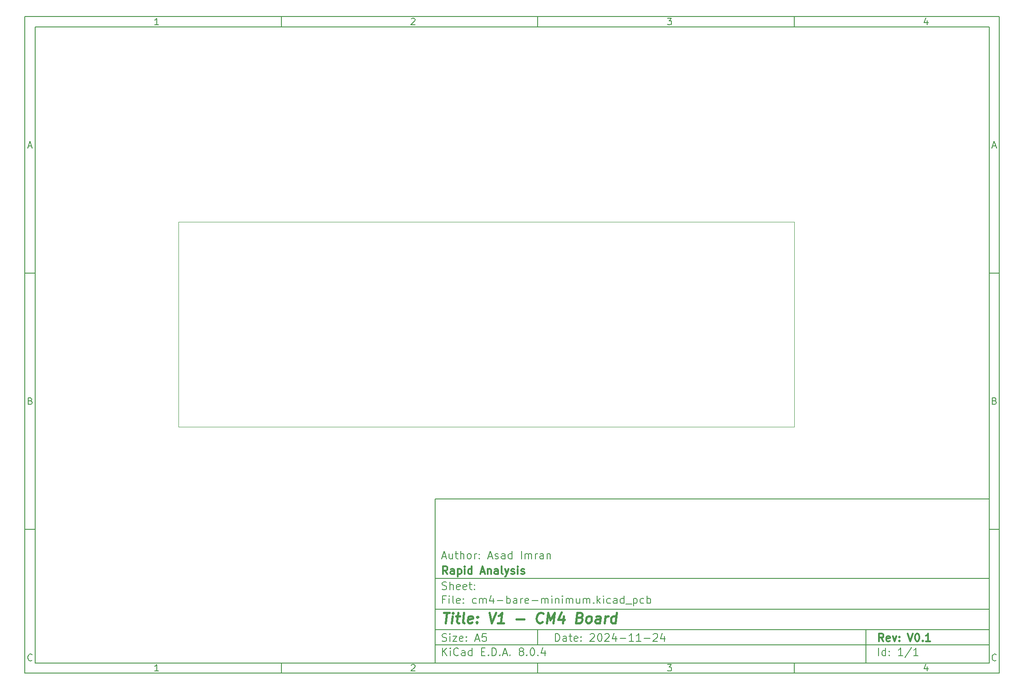
<source format=gbr>
%TF.GenerationSoftware,KiCad,Pcbnew,8.0.4*%
%TF.CreationDate,2024-11-24T10:16:15+11:00*%
%TF.ProjectId,cm4-bare-minimum,636d342d-6261-4726-952d-6d696e696d75,V0.1*%
%TF.SameCoordinates,Original*%
%TF.FileFunction,Profile,NP*%
%FSLAX46Y46*%
G04 Gerber Fmt 4.6, Leading zero omitted, Abs format (unit mm)*
G04 Created by KiCad (PCBNEW 8.0.4) date 2024-11-24 10:16:15*
%MOMM*%
%LPD*%
G01*
G04 APERTURE LIST*
%ADD10C,0.100000*%
%ADD11C,0.150000*%
%ADD12C,0.300000*%
%ADD13C,0.400000*%
%TA.AperFunction,Profile*%
%ADD14C,0.100000*%
%TD*%
G04 APERTURE END LIST*
D10*
D11*
X90007200Y-104005800D02*
X198007200Y-104005800D01*
X198007200Y-136005800D01*
X90007200Y-136005800D01*
X90007200Y-104005800D01*
D10*
D11*
X10000000Y-10000000D02*
X200007200Y-10000000D01*
X200007200Y-138005800D01*
X10000000Y-138005800D01*
X10000000Y-10000000D01*
D10*
D11*
X12000000Y-12000000D02*
X198007200Y-12000000D01*
X198007200Y-136005800D01*
X12000000Y-136005800D01*
X12000000Y-12000000D01*
D10*
D11*
X60000000Y-12000000D02*
X60000000Y-10000000D01*
D10*
D11*
X110000000Y-12000000D02*
X110000000Y-10000000D01*
D10*
D11*
X160000000Y-12000000D02*
X160000000Y-10000000D01*
D10*
D11*
X36089160Y-11593604D02*
X35346303Y-11593604D01*
X35717731Y-11593604D02*
X35717731Y-10293604D01*
X35717731Y-10293604D02*
X35593922Y-10479319D01*
X35593922Y-10479319D02*
X35470112Y-10603128D01*
X35470112Y-10603128D02*
X35346303Y-10665033D01*
D10*
D11*
X85346303Y-10417414D02*
X85408207Y-10355509D01*
X85408207Y-10355509D02*
X85532017Y-10293604D01*
X85532017Y-10293604D02*
X85841541Y-10293604D01*
X85841541Y-10293604D02*
X85965350Y-10355509D01*
X85965350Y-10355509D02*
X86027255Y-10417414D01*
X86027255Y-10417414D02*
X86089160Y-10541223D01*
X86089160Y-10541223D02*
X86089160Y-10665033D01*
X86089160Y-10665033D02*
X86027255Y-10850747D01*
X86027255Y-10850747D02*
X85284398Y-11593604D01*
X85284398Y-11593604D02*
X86089160Y-11593604D01*
D10*
D11*
X135284398Y-10293604D02*
X136089160Y-10293604D01*
X136089160Y-10293604D02*
X135655826Y-10788842D01*
X135655826Y-10788842D02*
X135841541Y-10788842D01*
X135841541Y-10788842D02*
X135965350Y-10850747D01*
X135965350Y-10850747D02*
X136027255Y-10912652D01*
X136027255Y-10912652D02*
X136089160Y-11036461D01*
X136089160Y-11036461D02*
X136089160Y-11345985D01*
X136089160Y-11345985D02*
X136027255Y-11469795D01*
X136027255Y-11469795D02*
X135965350Y-11531700D01*
X135965350Y-11531700D02*
X135841541Y-11593604D01*
X135841541Y-11593604D02*
X135470112Y-11593604D01*
X135470112Y-11593604D02*
X135346303Y-11531700D01*
X135346303Y-11531700D02*
X135284398Y-11469795D01*
D10*
D11*
X185965350Y-10726938D02*
X185965350Y-11593604D01*
X185655826Y-10231700D02*
X185346303Y-11160271D01*
X185346303Y-11160271D02*
X186151064Y-11160271D01*
D10*
D11*
X60000000Y-136005800D02*
X60000000Y-138005800D01*
D10*
D11*
X110000000Y-136005800D02*
X110000000Y-138005800D01*
D10*
D11*
X160000000Y-136005800D02*
X160000000Y-138005800D01*
D10*
D11*
X36089160Y-137599404D02*
X35346303Y-137599404D01*
X35717731Y-137599404D02*
X35717731Y-136299404D01*
X35717731Y-136299404D02*
X35593922Y-136485119D01*
X35593922Y-136485119D02*
X35470112Y-136608928D01*
X35470112Y-136608928D02*
X35346303Y-136670833D01*
D10*
D11*
X85346303Y-136423214D02*
X85408207Y-136361309D01*
X85408207Y-136361309D02*
X85532017Y-136299404D01*
X85532017Y-136299404D02*
X85841541Y-136299404D01*
X85841541Y-136299404D02*
X85965350Y-136361309D01*
X85965350Y-136361309D02*
X86027255Y-136423214D01*
X86027255Y-136423214D02*
X86089160Y-136547023D01*
X86089160Y-136547023D02*
X86089160Y-136670833D01*
X86089160Y-136670833D02*
X86027255Y-136856547D01*
X86027255Y-136856547D02*
X85284398Y-137599404D01*
X85284398Y-137599404D02*
X86089160Y-137599404D01*
D10*
D11*
X135284398Y-136299404D02*
X136089160Y-136299404D01*
X136089160Y-136299404D02*
X135655826Y-136794642D01*
X135655826Y-136794642D02*
X135841541Y-136794642D01*
X135841541Y-136794642D02*
X135965350Y-136856547D01*
X135965350Y-136856547D02*
X136027255Y-136918452D01*
X136027255Y-136918452D02*
X136089160Y-137042261D01*
X136089160Y-137042261D02*
X136089160Y-137351785D01*
X136089160Y-137351785D02*
X136027255Y-137475595D01*
X136027255Y-137475595D02*
X135965350Y-137537500D01*
X135965350Y-137537500D02*
X135841541Y-137599404D01*
X135841541Y-137599404D02*
X135470112Y-137599404D01*
X135470112Y-137599404D02*
X135346303Y-137537500D01*
X135346303Y-137537500D02*
X135284398Y-137475595D01*
D10*
D11*
X185965350Y-136732738D02*
X185965350Y-137599404D01*
X185655826Y-136237500D02*
X185346303Y-137166071D01*
X185346303Y-137166071D02*
X186151064Y-137166071D01*
D10*
D11*
X10000000Y-60000000D02*
X12000000Y-60000000D01*
D10*
D11*
X10000000Y-110000000D02*
X12000000Y-110000000D01*
D10*
D11*
X10690476Y-35222176D02*
X11309523Y-35222176D01*
X10566666Y-35593604D02*
X10999999Y-34293604D01*
X10999999Y-34293604D02*
X11433333Y-35593604D01*
D10*
D11*
X11092857Y-84912652D02*
X11278571Y-84974557D01*
X11278571Y-84974557D02*
X11340476Y-85036461D01*
X11340476Y-85036461D02*
X11402380Y-85160271D01*
X11402380Y-85160271D02*
X11402380Y-85345985D01*
X11402380Y-85345985D02*
X11340476Y-85469795D01*
X11340476Y-85469795D02*
X11278571Y-85531700D01*
X11278571Y-85531700D02*
X11154761Y-85593604D01*
X11154761Y-85593604D02*
X10659523Y-85593604D01*
X10659523Y-85593604D02*
X10659523Y-84293604D01*
X10659523Y-84293604D02*
X11092857Y-84293604D01*
X11092857Y-84293604D02*
X11216666Y-84355509D01*
X11216666Y-84355509D02*
X11278571Y-84417414D01*
X11278571Y-84417414D02*
X11340476Y-84541223D01*
X11340476Y-84541223D02*
X11340476Y-84665033D01*
X11340476Y-84665033D02*
X11278571Y-84788842D01*
X11278571Y-84788842D02*
X11216666Y-84850747D01*
X11216666Y-84850747D02*
X11092857Y-84912652D01*
X11092857Y-84912652D02*
X10659523Y-84912652D01*
D10*
D11*
X11402380Y-135469795D02*
X11340476Y-135531700D01*
X11340476Y-135531700D02*
X11154761Y-135593604D01*
X11154761Y-135593604D02*
X11030952Y-135593604D01*
X11030952Y-135593604D02*
X10845238Y-135531700D01*
X10845238Y-135531700D02*
X10721428Y-135407890D01*
X10721428Y-135407890D02*
X10659523Y-135284080D01*
X10659523Y-135284080D02*
X10597619Y-135036461D01*
X10597619Y-135036461D02*
X10597619Y-134850747D01*
X10597619Y-134850747D02*
X10659523Y-134603128D01*
X10659523Y-134603128D02*
X10721428Y-134479319D01*
X10721428Y-134479319D02*
X10845238Y-134355509D01*
X10845238Y-134355509D02*
X11030952Y-134293604D01*
X11030952Y-134293604D02*
X11154761Y-134293604D01*
X11154761Y-134293604D02*
X11340476Y-134355509D01*
X11340476Y-134355509D02*
X11402380Y-134417414D01*
D10*
D11*
X200007200Y-60000000D02*
X198007200Y-60000000D01*
D10*
D11*
X200007200Y-110000000D02*
X198007200Y-110000000D01*
D10*
D11*
X198697676Y-35222176D02*
X199316723Y-35222176D01*
X198573866Y-35593604D02*
X199007199Y-34293604D01*
X199007199Y-34293604D02*
X199440533Y-35593604D01*
D10*
D11*
X199100057Y-84912652D02*
X199285771Y-84974557D01*
X199285771Y-84974557D02*
X199347676Y-85036461D01*
X199347676Y-85036461D02*
X199409580Y-85160271D01*
X199409580Y-85160271D02*
X199409580Y-85345985D01*
X199409580Y-85345985D02*
X199347676Y-85469795D01*
X199347676Y-85469795D02*
X199285771Y-85531700D01*
X199285771Y-85531700D02*
X199161961Y-85593604D01*
X199161961Y-85593604D02*
X198666723Y-85593604D01*
X198666723Y-85593604D02*
X198666723Y-84293604D01*
X198666723Y-84293604D02*
X199100057Y-84293604D01*
X199100057Y-84293604D02*
X199223866Y-84355509D01*
X199223866Y-84355509D02*
X199285771Y-84417414D01*
X199285771Y-84417414D02*
X199347676Y-84541223D01*
X199347676Y-84541223D02*
X199347676Y-84665033D01*
X199347676Y-84665033D02*
X199285771Y-84788842D01*
X199285771Y-84788842D02*
X199223866Y-84850747D01*
X199223866Y-84850747D02*
X199100057Y-84912652D01*
X199100057Y-84912652D02*
X198666723Y-84912652D01*
D10*
D11*
X199409580Y-135469795D02*
X199347676Y-135531700D01*
X199347676Y-135531700D02*
X199161961Y-135593604D01*
X199161961Y-135593604D02*
X199038152Y-135593604D01*
X199038152Y-135593604D02*
X198852438Y-135531700D01*
X198852438Y-135531700D02*
X198728628Y-135407890D01*
X198728628Y-135407890D02*
X198666723Y-135284080D01*
X198666723Y-135284080D02*
X198604819Y-135036461D01*
X198604819Y-135036461D02*
X198604819Y-134850747D01*
X198604819Y-134850747D02*
X198666723Y-134603128D01*
X198666723Y-134603128D02*
X198728628Y-134479319D01*
X198728628Y-134479319D02*
X198852438Y-134355509D01*
X198852438Y-134355509D02*
X199038152Y-134293604D01*
X199038152Y-134293604D02*
X199161961Y-134293604D01*
X199161961Y-134293604D02*
X199347676Y-134355509D01*
X199347676Y-134355509D02*
X199409580Y-134417414D01*
D10*
D11*
X113463026Y-131791928D02*
X113463026Y-130291928D01*
X113463026Y-130291928D02*
X113820169Y-130291928D01*
X113820169Y-130291928D02*
X114034455Y-130363357D01*
X114034455Y-130363357D02*
X114177312Y-130506214D01*
X114177312Y-130506214D02*
X114248741Y-130649071D01*
X114248741Y-130649071D02*
X114320169Y-130934785D01*
X114320169Y-130934785D02*
X114320169Y-131149071D01*
X114320169Y-131149071D02*
X114248741Y-131434785D01*
X114248741Y-131434785D02*
X114177312Y-131577642D01*
X114177312Y-131577642D02*
X114034455Y-131720500D01*
X114034455Y-131720500D02*
X113820169Y-131791928D01*
X113820169Y-131791928D02*
X113463026Y-131791928D01*
X115605884Y-131791928D02*
X115605884Y-131006214D01*
X115605884Y-131006214D02*
X115534455Y-130863357D01*
X115534455Y-130863357D02*
X115391598Y-130791928D01*
X115391598Y-130791928D02*
X115105884Y-130791928D01*
X115105884Y-130791928D02*
X114963026Y-130863357D01*
X115605884Y-131720500D02*
X115463026Y-131791928D01*
X115463026Y-131791928D02*
X115105884Y-131791928D01*
X115105884Y-131791928D02*
X114963026Y-131720500D01*
X114963026Y-131720500D02*
X114891598Y-131577642D01*
X114891598Y-131577642D02*
X114891598Y-131434785D01*
X114891598Y-131434785D02*
X114963026Y-131291928D01*
X114963026Y-131291928D02*
X115105884Y-131220500D01*
X115105884Y-131220500D02*
X115463026Y-131220500D01*
X115463026Y-131220500D02*
X115605884Y-131149071D01*
X116105884Y-130791928D02*
X116677312Y-130791928D01*
X116320169Y-130291928D02*
X116320169Y-131577642D01*
X116320169Y-131577642D02*
X116391598Y-131720500D01*
X116391598Y-131720500D02*
X116534455Y-131791928D01*
X116534455Y-131791928D02*
X116677312Y-131791928D01*
X117748741Y-131720500D02*
X117605884Y-131791928D01*
X117605884Y-131791928D02*
X117320170Y-131791928D01*
X117320170Y-131791928D02*
X117177312Y-131720500D01*
X117177312Y-131720500D02*
X117105884Y-131577642D01*
X117105884Y-131577642D02*
X117105884Y-131006214D01*
X117105884Y-131006214D02*
X117177312Y-130863357D01*
X117177312Y-130863357D02*
X117320170Y-130791928D01*
X117320170Y-130791928D02*
X117605884Y-130791928D01*
X117605884Y-130791928D02*
X117748741Y-130863357D01*
X117748741Y-130863357D02*
X117820170Y-131006214D01*
X117820170Y-131006214D02*
X117820170Y-131149071D01*
X117820170Y-131149071D02*
X117105884Y-131291928D01*
X118463026Y-131649071D02*
X118534455Y-131720500D01*
X118534455Y-131720500D02*
X118463026Y-131791928D01*
X118463026Y-131791928D02*
X118391598Y-131720500D01*
X118391598Y-131720500D02*
X118463026Y-131649071D01*
X118463026Y-131649071D02*
X118463026Y-131791928D01*
X118463026Y-130863357D02*
X118534455Y-130934785D01*
X118534455Y-130934785D02*
X118463026Y-131006214D01*
X118463026Y-131006214D02*
X118391598Y-130934785D01*
X118391598Y-130934785D02*
X118463026Y-130863357D01*
X118463026Y-130863357D02*
X118463026Y-131006214D01*
X120248741Y-130434785D02*
X120320169Y-130363357D01*
X120320169Y-130363357D02*
X120463027Y-130291928D01*
X120463027Y-130291928D02*
X120820169Y-130291928D01*
X120820169Y-130291928D02*
X120963027Y-130363357D01*
X120963027Y-130363357D02*
X121034455Y-130434785D01*
X121034455Y-130434785D02*
X121105884Y-130577642D01*
X121105884Y-130577642D02*
X121105884Y-130720500D01*
X121105884Y-130720500D02*
X121034455Y-130934785D01*
X121034455Y-130934785D02*
X120177312Y-131791928D01*
X120177312Y-131791928D02*
X121105884Y-131791928D01*
X122034455Y-130291928D02*
X122177312Y-130291928D01*
X122177312Y-130291928D02*
X122320169Y-130363357D01*
X122320169Y-130363357D02*
X122391598Y-130434785D01*
X122391598Y-130434785D02*
X122463026Y-130577642D01*
X122463026Y-130577642D02*
X122534455Y-130863357D01*
X122534455Y-130863357D02*
X122534455Y-131220500D01*
X122534455Y-131220500D02*
X122463026Y-131506214D01*
X122463026Y-131506214D02*
X122391598Y-131649071D01*
X122391598Y-131649071D02*
X122320169Y-131720500D01*
X122320169Y-131720500D02*
X122177312Y-131791928D01*
X122177312Y-131791928D02*
X122034455Y-131791928D01*
X122034455Y-131791928D02*
X121891598Y-131720500D01*
X121891598Y-131720500D02*
X121820169Y-131649071D01*
X121820169Y-131649071D02*
X121748740Y-131506214D01*
X121748740Y-131506214D02*
X121677312Y-131220500D01*
X121677312Y-131220500D02*
X121677312Y-130863357D01*
X121677312Y-130863357D02*
X121748740Y-130577642D01*
X121748740Y-130577642D02*
X121820169Y-130434785D01*
X121820169Y-130434785D02*
X121891598Y-130363357D01*
X121891598Y-130363357D02*
X122034455Y-130291928D01*
X123105883Y-130434785D02*
X123177311Y-130363357D01*
X123177311Y-130363357D02*
X123320169Y-130291928D01*
X123320169Y-130291928D02*
X123677311Y-130291928D01*
X123677311Y-130291928D02*
X123820169Y-130363357D01*
X123820169Y-130363357D02*
X123891597Y-130434785D01*
X123891597Y-130434785D02*
X123963026Y-130577642D01*
X123963026Y-130577642D02*
X123963026Y-130720500D01*
X123963026Y-130720500D02*
X123891597Y-130934785D01*
X123891597Y-130934785D02*
X123034454Y-131791928D01*
X123034454Y-131791928D02*
X123963026Y-131791928D01*
X125248740Y-130791928D02*
X125248740Y-131791928D01*
X124891597Y-130220500D02*
X124534454Y-131291928D01*
X124534454Y-131291928D02*
X125463025Y-131291928D01*
X126034453Y-131220500D02*
X127177311Y-131220500D01*
X128677311Y-131791928D02*
X127820168Y-131791928D01*
X128248739Y-131791928D02*
X128248739Y-130291928D01*
X128248739Y-130291928D02*
X128105882Y-130506214D01*
X128105882Y-130506214D02*
X127963025Y-130649071D01*
X127963025Y-130649071D02*
X127820168Y-130720500D01*
X130105882Y-131791928D02*
X129248739Y-131791928D01*
X129677310Y-131791928D02*
X129677310Y-130291928D01*
X129677310Y-130291928D02*
X129534453Y-130506214D01*
X129534453Y-130506214D02*
X129391596Y-130649071D01*
X129391596Y-130649071D02*
X129248739Y-130720500D01*
X130748738Y-131220500D02*
X131891596Y-131220500D01*
X132534453Y-130434785D02*
X132605881Y-130363357D01*
X132605881Y-130363357D02*
X132748739Y-130291928D01*
X132748739Y-130291928D02*
X133105881Y-130291928D01*
X133105881Y-130291928D02*
X133248739Y-130363357D01*
X133248739Y-130363357D02*
X133320167Y-130434785D01*
X133320167Y-130434785D02*
X133391596Y-130577642D01*
X133391596Y-130577642D02*
X133391596Y-130720500D01*
X133391596Y-130720500D02*
X133320167Y-130934785D01*
X133320167Y-130934785D02*
X132463024Y-131791928D01*
X132463024Y-131791928D02*
X133391596Y-131791928D01*
X134677310Y-130791928D02*
X134677310Y-131791928D01*
X134320167Y-130220500D02*
X133963024Y-131291928D01*
X133963024Y-131291928D02*
X134891595Y-131291928D01*
D10*
D11*
X90007200Y-132505800D02*
X198007200Y-132505800D01*
D10*
D11*
X91463026Y-134591928D02*
X91463026Y-133091928D01*
X92320169Y-134591928D02*
X91677312Y-133734785D01*
X92320169Y-133091928D02*
X91463026Y-133949071D01*
X92963026Y-134591928D02*
X92963026Y-133591928D01*
X92963026Y-133091928D02*
X92891598Y-133163357D01*
X92891598Y-133163357D02*
X92963026Y-133234785D01*
X92963026Y-133234785D02*
X93034455Y-133163357D01*
X93034455Y-133163357D02*
X92963026Y-133091928D01*
X92963026Y-133091928D02*
X92963026Y-133234785D01*
X94534455Y-134449071D02*
X94463027Y-134520500D01*
X94463027Y-134520500D02*
X94248741Y-134591928D01*
X94248741Y-134591928D02*
X94105884Y-134591928D01*
X94105884Y-134591928D02*
X93891598Y-134520500D01*
X93891598Y-134520500D02*
X93748741Y-134377642D01*
X93748741Y-134377642D02*
X93677312Y-134234785D01*
X93677312Y-134234785D02*
X93605884Y-133949071D01*
X93605884Y-133949071D02*
X93605884Y-133734785D01*
X93605884Y-133734785D02*
X93677312Y-133449071D01*
X93677312Y-133449071D02*
X93748741Y-133306214D01*
X93748741Y-133306214D02*
X93891598Y-133163357D01*
X93891598Y-133163357D02*
X94105884Y-133091928D01*
X94105884Y-133091928D02*
X94248741Y-133091928D01*
X94248741Y-133091928D02*
X94463027Y-133163357D01*
X94463027Y-133163357D02*
X94534455Y-133234785D01*
X95820170Y-134591928D02*
X95820170Y-133806214D01*
X95820170Y-133806214D02*
X95748741Y-133663357D01*
X95748741Y-133663357D02*
X95605884Y-133591928D01*
X95605884Y-133591928D02*
X95320170Y-133591928D01*
X95320170Y-133591928D02*
X95177312Y-133663357D01*
X95820170Y-134520500D02*
X95677312Y-134591928D01*
X95677312Y-134591928D02*
X95320170Y-134591928D01*
X95320170Y-134591928D02*
X95177312Y-134520500D01*
X95177312Y-134520500D02*
X95105884Y-134377642D01*
X95105884Y-134377642D02*
X95105884Y-134234785D01*
X95105884Y-134234785D02*
X95177312Y-134091928D01*
X95177312Y-134091928D02*
X95320170Y-134020500D01*
X95320170Y-134020500D02*
X95677312Y-134020500D01*
X95677312Y-134020500D02*
X95820170Y-133949071D01*
X97177313Y-134591928D02*
X97177313Y-133091928D01*
X97177313Y-134520500D02*
X97034455Y-134591928D01*
X97034455Y-134591928D02*
X96748741Y-134591928D01*
X96748741Y-134591928D02*
X96605884Y-134520500D01*
X96605884Y-134520500D02*
X96534455Y-134449071D01*
X96534455Y-134449071D02*
X96463027Y-134306214D01*
X96463027Y-134306214D02*
X96463027Y-133877642D01*
X96463027Y-133877642D02*
X96534455Y-133734785D01*
X96534455Y-133734785D02*
X96605884Y-133663357D01*
X96605884Y-133663357D02*
X96748741Y-133591928D01*
X96748741Y-133591928D02*
X97034455Y-133591928D01*
X97034455Y-133591928D02*
X97177313Y-133663357D01*
X99034455Y-133806214D02*
X99534455Y-133806214D01*
X99748741Y-134591928D02*
X99034455Y-134591928D01*
X99034455Y-134591928D02*
X99034455Y-133091928D01*
X99034455Y-133091928D02*
X99748741Y-133091928D01*
X100391598Y-134449071D02*
X100463027Y-134520500D01*
X100463027Y-134520500D02*
X100391598Y-134591928D01*
X100391598Y-134591928D02*
X100320170Y-134520500D01*
X100320170Y-134520500D02*
X100391598Y-134449071D01*
X100391598Y-134449071D02*
X100391598Y-134591928D01*
X101105884Y-134591928D02*
X101105884Y-133091928D01*
X101105884Y-133091928D02*
X101463027Y-133091928D01*
X101463027Y-133091928D02*
X101677313Y-133163357D01*
X101677313Y-133163357D02*
X101820170Y-133306214D01*
X101820170Y-133306214D02*
X101891599Y-133449071D01*
X101891599Y-133449071D02*
X101963027Y-133734785D01*
X101963027Y-133734785D02*
X101963027Y-133949071D01*
X101963027Y-133949071D02*
X101891599Y-134234785D01*
X101891599Y-134234785D02*
X101820170Y-134377642D01*
X101820170Y-134377642D02*
X101677313Y-134520500D01*
X101677313Y-134520500D02*
X101463027Y-134591928D01*
X101463027Y-134591928D02*
X101105884Y-134591928D01*
X102605884Y-134449071D02*
X102677313Y-134520500D01*
X102677313Y-134520500D02*
X102605884Y-134591928D01*
X102605884Y-134591928D02*
X102534456Y-134520500D01*
X102534456Y-134520500D02*
X102605884Y-134449071D01*
X102605884Y-134449071D02*
X102605884Y-134591928D01*
X103248742Y-134163357D02*
X103963028Y-134163357D01*
X103105885Y-134591928D02*
X103605885Y-133091928D01*
X103605885Y-133091928D02*
X104105885Y-134591928D01*
X104605884Y-134449071D02*
X104677313Y-134520500D01*
X104677313Y-134520500D02*
X104605884Y-134591928D01*
X104605884Y-134591928D02*
X104534456Y-134520500D01*
X104534456Y-134520500D02*
X104605884Y-134449071D01*
X104605884Y-134449071D02*
X104605884Y-134591928D01*
X106677313Y-133734785D02*
X106534456Y-133663357D01*
X106534456Y-133663357D02*
X106463027Y-133591928D01*
X106463027Y-133591928D02*
X106391599Y-133449071D01*
X106391599Y-133449071D02*
X106391599Y-133377642D01*
X106391599Y-133377642D02*
X106463027Y-133234785D01*
X106463027Y-133234785D02*
X106534456Y-133163357D01*
X106534456Y-133163357D02*
X106677313Y-133091928D01*
X106677313Y-133091928D02*
X106963027Y-133091928D01*
X106963027Y-133091928D02*
X107105885Y-133163357D01*
X107105885Y-133163357D02*
X107177313Y-133234785D01*
X107177313Y-133234785D02*
X107248742Y-133377642D01*
X107248742Y-133377642D02*
X107248742Y-133449071D01*
X107248742Y-133449071D02*
X107177313Y-133591928D01*
X107177313Y-133591928D02*
X107105885Y-133663357D01*
X107105885Y-133663357D02*
X106963027Y-133734785D01*
X106963027Y-133734785D02*
X106677313Y-133734785D01*
X106677313Y-133734785D02*
X106534456Y-133806214D01*
X106534456Y-133806214D02*
X106463027Y-133877642D01*
X106463027Y-133877642D02*
X106391599Y-134020500D01*
X106391599Y-134020500D02*
X106391599Y-134306214D01*
X106391599Y-134306214D02*
X106463027Y-134449071D01*
X106463027Y-134449071D02*
X106534456Y-134520500D01*
X106534456Y-134520500D02*
X106677313Y-134591928D01*
X106677313Y-134591928D02*
X106963027Y-134591928D01*
X106963027Y-134591928D02*
X107105885Y-134520500D01*
X107105885Y-134520500D02*
X107177313Y-134449071D01*
X107177313Y-134449071D02*
X107248742Y-134306214D01*
X107248742Y-134306214D02*
X107248742Y-134020500D01*
X107248742Y-134020500D02*
X107177313Y-133877642D01*
X107177313Y-133877642D02*
X107105885Y-133806214D01*
X107105885Y-133806214D02*
X106963027Y-133734785D01*
X107891598Y-134449071D02*
X107963027Y-134520500D01*
X107963027Y-134520500D02*
X107891598Y-134591928D01*
X107891598Y-134591928D02*
X107820170Y-134520500D01*
X107820170Y-134520500D02*
X107891598Y-134449071D01*
X107891598Y-134449071D02*
X107891598Y-134591928D01*
X108891599Y-133091928D02*
X109034456Y-133091928D01*
X109034456Y-133091928D02*
X109177313Y-133163357D01*
X109177313Y-133163357D02*
X109248742Y-133234785D01*
X109248742Y-133234785D02*
X109320170Y-133377642D01*
X109320170Y-133377642D02*
X109391599Y-133663357D01*
X109391599Y-133663357D02*
X109391599Y-134020500D01*
X109391599Y-134020500D02*
X109320170Y-134306214D01*
X109320170Y-134306214D02*
X109248742Y-134449071D01*
X109248742Y-134449071D02*
X109177313Y-134520500D01*
X109177313Y-134520500D02*
X109034456Y-134591928D01*
X109034456Y-134591928D02*
X108891599Y-134591928D01*
X108891599Y-134591928D02*
X108748742Y-134520500D01*
X108748742Y-134520500D02*
X108677313Y-134449071D01*
X108677313Y-134449071D02*
X108605884Y-134306214D01*
X108605884Y-134306214D02*
X108534456Y-134020500D01*
X108534456Y-134020500D02*
X108534456Y-133663357D01*
X108534456Y-133663357D02*
X108605884Y-133377642D01*
X108605884Y-133377642D02*
X108677313Y-133234785D01*
X108677313Y-133234785D02*
X108748742Y-133163357D01*
X108748742Y-133163357D02*
X108891599Y-133091928D01*
X110034455Y-134449071D02*
X110105884Y-134520500D01*
X110105884Y-134520500D02*
X110034455Y-134591928D01*
X110034455Y-134591928D02*
X109963027Y-134520500D01*
X109963027Y-134520500D02*
X110034455Y-134449071D01*
X110034455Y-134449071D02*
X110034455Y-134591928D01*
X111391599Y-133591928D02*
X111391599Y-134591928D01*
X111034456Y-133020500D02*
X110677313Y-134091928D01*
X110677313Y-134091928D02*
X111605884Y-134091928D01*
D10*
D11*
X90007200Y-129505800D02*
X198007200Y-129505800D01*
D10*
D12*
X177418853Y-131784128D02*
X176918853Y-131069842D01*
X176561710Y-131784128D02*
X176561710Y-130284128D01*
X176561710Y-130284128D02*
X177133139Y-130284128D01*
X177133139Y-130284128D02*
X177275996Y-130355557D01*
X177275996Y-130355557D02*
X177347425Y-130426985D01*
X177347425Y-130426985D02*
X177418853Y-130569842D01*
X177418853Y-130569842D02*
X177418853Y-130784128D01*
X177418853Y-130784128D02*
X177347425Y-130926985D01*
X177347425Y-130926985D02*
X177275996Y-130998414D01*
X177275996Y-130998414D02*
X177133139Y-131069842D01*
X177133139Y-131069842D02*
X176561710Y-131069842D01*
X178633139Y-131712700D02*
X178490282Y-131784128D01*
X178490282Y-131784128D02*
X178204568Y-131784128D01*
X178204568Y-131784128D02*
X178061710Y-131712700D01*
X178061710Y-131712700D02*
X177990282Y-131569842D01*
X177990282Y-131569842D02*
X177990282Y-130998414D01*
X177990282Y-130998414D02*
X178061710Y-130855557D01*
X178061710Y-130855557D02*
X178204568Y-130784128D01*
X178204568Y-130784128D02*
X178490282Y-130784128D01*
X178490282Y-130784128D02*
X178633139Y-130855557D01*
X178633139Y-130855557D02*
X178704568Y-130998414D01*
X178704568Y-130998414D02*
X178704568Y-131141271D01*
X178704568Y-131141271D02*
X177990282Y-131284128D01*
X179204567Y-130784128D02*
X179561710Y-131784128D01*
X179561710Y-131784128D02*
X179918853Y-130784128D01*
X180490281Y-131641271D02*
X180561710Y-131712700D01*
X180561710Y-131712700D02*
X180490281Y-131784128D01*
X180490281Y-131784128D02*
X180418853Y-131712700D01*
X180418853Y-131712700D02*
X180490281Y-131641271D01*
X180490281Y-131641271D02*
X180490281Y-131784128D01*
X180490281Y-130855557D02*
X180561710Y-130926985D01*
X180561710Y-130926985D02*
X180490281Y-130998414D01*
X180490281Y-130998414D02*
X180418853Y-130926985D01*
X180418853Y-130926985D02*
X180490281Y-130855557D01*
X180490281Y-130855557D02*
X180490281Y-130998414D01*
X182133139Y-130284128D02*
X182633139Y-131784128D01*
X182633139Y-131784128D02*
X183133139Y-130284128D01*
X183918853Y-130284128D02*
X184061710Y-130284128D01*
X184061710Y-130284128D02*
X184204567Y-130355557D01*
X184204567Y-130355557D02*
X184275996Y-130426985D01*
X184275996Y-130426985D02*
X184347424Y-130569842D01*
X184347424Y-130569842D02*
X184418853Y-130855557D01*
X184418853Y-130855557D02*
X184418853Y-131212700D01*
X184418853Y-131212700D02*
X184347424Y-131498414D01*
X184347424Y-131498414D02*
X184275996Y-131641271D01*
X184275996Y-131641271D02*
X184204567Y-131712700D01*
X184204567Y-131712700D02*
X184061710Y-131784128D01*
X184061710Y-131784128D02*
X183918853Y-131784128D01*
X183918853Y-131784128D02*
X183775996Y-131712700D01*
X183775996Y-131712700D02*
X183704567Y-131641271D01*
X183704567Y-131641271D02*
X183633138Y-131498414D01*
X183633138Y-131498414D02*
X183561710Y-131212700D01*
X183561710Y-131212700D02*
X183561710Y-130855557D01*
X183561710Y-130855557D02*
X183633138Y-130569842D01*
X183633138Y-130569842D02*
X183704567Y-130426985D01*
X183704567Y-130426985D02*
X183775996Y-130355557D01*
X183775996Y-130355557D02*
X183918853Y-130284128D01*
X185061709Y-131641271D02*
X185133138Y-131712700D01*
X185133138Y-131712700D02*
X185061709Y-131784128D01*
X185061709Y-131784128D02*
X184990281Y-131712700D01*
X184990281Y-131712700D02*
X185061709Y-131641271D01*
X185061709Y-131641271D02*
X185061709Y-131784128D01*
X186561710Y-131784128D02*
X185704567Y-131784128D01*
X186133138Y-131784128D02*
X186133138Y-130284128D01*
X186133138Y-130284128D02*
X185990281Y-130498414D01*
X185990281Y-130498414D02*
X185847424Y-130641271D01*
X185847424Y-130641271D02*
X185704567Y-130712700D01*
D10*
D11*
X91391598Y-131720500D02*
X91605884Y-131791928D01*
X91605884Y-131791928D02*
X91963026Y-131791928D01*
X91963026Y-131791928D02*
X92105884Y-131720500D01*
X92105884Y-131720500D02*
X92177312Y-131649071D01*
X92177312Y-131649071D02*
X92248741Y-131506214D01*
X92248741Y-131506214D02*
X92248741Y-131363357D01*
X92248741Y-131363357D02*
X92177312Y-131220500D01*
X92177312Y-131220500D02*
X92105884Y-131149071D01*
X92105884Y-131149071D02*
X91963026Y-131077642D01*
X91963026Y-131077642D02*
X91677312Y-131006214D01*
X91677312Y-131006214D02*
X91534455Y-130934785D01*
X91534455Y-130934785D02*
X91463026Y-130863357D01*
X91463026Y-130863357D02*
X91391598Y-130720500D01*
X91391598Y-130720500D02*
X91391598Y-130577642D01*
X91391598Y-130577642D02*
X91463026Y-130434785D01*
X91463026Y-130434785D02*
X91534455Y-130363357D01*
X91534455Y-130363357D02*
X91677312Y-130291928D01*
X91677312Y-130291928D02*
X92034455Y-130291928D01*
X92034455Y-130291928D02*
X92248741Y-130363357D01*
X92891597Y-131791928D02*
X92891597Y-130791928D01*
X92891597Y-130291928D02*
X92820169Y-130363357D01*
X92820169Y-130363357D02*
X92891597Y-130434785D01*
X92891597Y-130434785D02*
X92963026Y-130363357D01*
X92963026Y-130363357D02*
X92891597Y-130291928D01*
X92891597Y-130291928D02*
X92891597Y-130434785D01*
X93463026Y-130791928D02*
X94248741Y-130791928D01*
X94248741Y-130791928D02*
X93463026Y-131791928D01*
X93463026Y-131791928D02*
X94248741Y-131791928D01*
X95391598Y-131720500D02*
X95248741Y-131791928D01*
X95248741Y-131791928D02*
X94963027Y-131791928D01*
X94963027Y-131791928D02*
X94820169Y-131720500D01*
X94820169Y-131720500D02*
X94748741Y-131577642D01*
X94748741Y-131577642D02*
X94748741Y-131006214D01*
X94748741Y-131006214D02*
X94820169Y-130863357D01*
X94820169Y-130863357D02*
X94963027Y-130791928D01*
X94963027Y-130791928D02*
X95248741Y-130791928D01*
X95248741Y-130791928D02*
X95391598Y-130863357D01*
X95391598Y-130863357D02*
X95463027Y-131006214D01*
X95463027Y-131006214D02*
X95463027Y-131149071D01*
X95463027Y-131149071D02*
X94748741Y-131291928D01*
X96105883Y-131649071D02*
X96177312Y-131720500D01*
X96177312Y-131720500D02*
X96105883Y-131791928D01*
X96105883Y-131791928D02*
X96034455Y-131720500D01*
X96034455Y-131720500D02*
X96105883Y-131649071D01*
X96105883Y-131649071D02*
X96105883Y-131791928D01*
X96105883Y-130863357D02*
X96177312Y-130934785D01*
X96177312Y-130934785D02*
X96105883Y-131006214D01*
X96105883Y-131006214D02*
X96034455Y-130934785D01*
X96034455Y-130934785D02*
X96105883Y-130863357D01*
X96105883Y-130863357D02*
X96105883Y-131006214D01*
X97891598Y-131363357D02*
X98605884Y-131363357D01*
X97748741Y-131791928D02*
X98248741Y-130291928D01*
X98248741Y-130291928D02*
X98748741Y-131791928D01*
X99963026Y-130291928D02*
X99248740Y-130291928D01*
X99248740Y-130291928D02*
X99177312Y-131006214D01*
X99177312Y-131006214D02*
X99248740Y-130934785D01*
X99248740Y-130934785D02*
X99391598Y-130863357D01*
X99391598Y-130863357D02*
X99748740Y-130863357D01*
X99748740Y-130863357D02*
X99891598Y-130934785D01*
X99891598Y-130934785D02*
X99963026Y-131006214D01*
X99963026Y-131006214D02*
X100034455Y-131149071D01*
X100034455Y-131149071D02*
X100034455Y-131506214D01*
X100034455Y-131506214D02*
X99963026Y-131649071D01*
X99963026Y-131649071D02*
X99891598Y-131720500D01*
X99891598Y-131720500D02*
X99748740Y-131791928D01*
X99748740Y-131791928D02*
X99391598Y-131791928D01*
X99391598Y-131791928D02*
X99248740Y-131720500D01*
X99248740Y-131720500D02*
X99177312Y-131649071D01*
D10*
D11*
X176463026Y-134591928D02*
X176463026Y-133091928D01*
X177820170Y-134591928D02*
X177820170Y-133091928D01*
X177820170Y-134520500D02*
X177677312Y-134591928D01*
X177677312Y-134591928D02*
X177391598Y-134591928D01*
X177391598Y-134591928D02*
X177248741Y-134520500D01*
X177248741Y-134520500D02*
X177177312Y-134449071D01*
X177177312Y-134449071D02*
X177105884Y-134306214D01*
X177105884Y-134306214D02*
X177105884Y-133877642D01*
X177105884Y-133877642D02*
X177177312Y-133734785D01*
X177177312Y-133734785D02*
X177248741Y-133663357D01*
X177248741Y-133663357D02*
X177391598Y-133591928D01*
X177391598Y-133591928D02*
X177677312Y-133591928D01*
X177677312Y-133591928D02*
X177820170Y-133663357D01*
X178534455Y-134449071D02*
X178605884Y-134520500D01*
X178605884Y-134520500D02*
X178534455Y-134591928D01*
X178534455Y-134591928D02*
X178463027Y-134520500D01*
X178463027Y-134520500D02*
X178534455Y-134449071D01*
X178534455Y-134449071D02*
X178534455Y-134591928D01*
X178534455Y-133663357D02*
X178605884Y-133734785D01*
X178605884Y-133734785D02*
X178534455Y-133806214D01*
X178534455Y-133806214D02*
X178463027Y-133734785D01*
X178463027Y-133734785D02*
X178534455Y-133663357D01*
X178534455Y-133663357D02*
X178534455Y-133806214D01*
X181177313Y-134591928D02*
X180320170Y-134591928D01*
X180748741Y-134591928D02*
X180748741Y-133091928D01*
X180748741Y-133091928D02*
X180605884Y-133306214D01*
X180605884Y-133306214D02*
X180463027Y-133449071D01*
X180463027Y-133449071D02*
X180320170Y-133520500D01*
X182891598Y-133020500D02*
X181605884Y-134949071D01*
X184177313Y-134591928D02*
X183320170Y-134591928D01*
X183748741Y-134591928D02*
X183748741Y-133091928D01*
X183748741Y-133091928D02*
X183605884Y-133306214D01*
X183605884Y-133306214D02*
X183463027Y-133449071D01*
X183463027Y-133449071D02*
X183320170Y-133520500D01*
D10*
D11*
X90007200Y-125505800D02*
X198007200Y-125505800D01*
D10*
D13*
X91698928Y-126210238D02*
X92841785Y-126210238D01*
X92020357Y-128210238D02*
X92270357Y-126210238D01*
X93258452Y-128210238D02*
X93425119Y-126876904D01*
X93508452Y-126210238D02*
X93401309Y-126305476D01*
X93401309Y-126305476D02*
X93484643Y-126400714D01*
X93484643Y-126400714D02*
X93591786Y-126305476D01*
X93591786Y-126305476D02*
X93508452Y-126210238D01*
X93508452Y-126210238D02*
X93484643Y-126400714D01*
X94091786Y-126876904D02*
X94853690Y-126876904D01*
X94460833Y-126210238D02*
X94246548Y-127924523D01*
X94246548Y-127924523D02*
X94317976Y-128115000D01*
X94317976Y-128115000D02*
X94496548Y-128210238D01*
X94496548Y-128210238D02*
X94687024Y-128210238D01*
X95639405Y-128210238D02*
X95460833Y-128115000D01*
X95460833Y-128115000D02*
X95389405Y-127924523D01*
X95389405Y-127924523D02*
X95603690Y-126210238D01*
X97175119Y-128115000D02*
X96972738Y-128210238D01*
X96972738Y-128210238D02*
X96591785Y-128210238D01*
X96591785Y-128210238D02*
X96413214Y-128115000D01*
X96413214Y-128115000D02*
X96341785Y-127924523D01*
X96341785Y-127924523D02*
X96437024Y-127162619D01*
X96437024Y-127162619D02*
X96556071Y-126972142D01*
X96556071Y-126972142D02*
X96758452Y-126876904D01*
X96758452Y-126876904D02*
X97139404Y-126876904D01*
X97139404Y-126876904D02*
X97317976Y-126972142D01*
X97317976Y-126972142D02*
X97389404Y-127162619D01*
X97389404Y-127162619D02*
X97365595Y-127353095D01*
X97365595Y-127353095D02*
X96389404Y-127543571D01*
X98139405Y-128019761D02*
X98222738Y-128115000D01*
X98222738Y-128115000D02*
X98115595Y-128210238D01*
X98115595Y-128210238D02*
X98032262Y-128115000D01*
X98032262Y-128115000D02*
X98139405Y-128019761D01*
X98139405Y-128019761D02*
X98115595Y-128210238D01*
X98270357Y-126972142D02*
X98353690Y-127067380D01*
X98353690Y-127067380D02*
X98246548Y-127162619D01*
X98246548Y-127162619D02*
X98163214Y-127067380D01*
X98163214Y-127067380D02*
X98270357Y-126972142D01*
X98270357Y-126972142D02*
X98246548Y-127162619D01*
X100556072Y-126210238D02*
X100972739Y-128210238D01*
X100972739Y-128210238D02*
X101889405Y-126210238D01*
X103353691Y-128210238D02*
X102210834Y-128210238D01*
X102782263Y-128210238D02*
X103032263Y-126210238D01*
X103032263Y-126210238D02*
X102806072Y-126495952D01*
X102806072Y-126495952D02*
X102591787Y-126686428D01*
X102591787Y-126686428D02*
X102389406Y-126781666D01*
X105829882Y-127448333D02*
X107353692Y-127448333D01*
X110901311Y-128019761D02*
X110794168Y-128115000D01*
X110794168Y-128115000D02*
X110496549Y-128210238D01*
X110496549Y-128210238D02*
X110306073Y-128210238D01*
X110306073Y-128210238D02*
X110032263Y-128115000D01*
X110032263Y-128115000D02*
X109865597Y-127924523D01*
X109865597Y-127924523D02*
X109794168Y-127734047D01*
X109794168Y-127734047D02*
X109746549Y-127353095D01*
X109746549Y-127353095D02*
X109782263Y-127067380D01*
X109782263Y-127067380D02*
X109925120Y-126686428D01*
X109925120Y-126686428D02*
X110044168Y-126495952D01*
X110044168Y-126495952D02*
X110258454Y-126305476D01*
X110258454Y-126305476D02*
X110556073Y-126210238D01*
X110556073Y-126210238D02*
X110746549Y-126210238D01*
X110746549Y-126210238D02*
X111020359Y-126305476D01*
X111020359Y-126305476D02*
X111103692Y-126400714D01*
X111734644Y-128210238D02*
X111984644Y-126210238D01*
X111984644Y-126210238D02*
X112472739Y-127638809D01*
X112472739Y-127638809D02*
X113317978Y-126210238D01*
X113317978Y-126210238D02*
X113067978Y-128210238D01*
X115044168Y-126876904D02*
X114877501Y-128210238D01*
X114663215Y-126115000D02*
X114008453Y-127543571D01*
X114008453Y-127543571D02*
X115246549Y-127543571D01*
X118246549Y-127162619D02*
X118520359Y-127257857D01*
X118520359Y-127257857D02*
X118603692Y-127353095D01*
X118603692Y-127353095D02*
X118675121Y-127543571D01*
X118675121Y-127543571D02*
X118639406Y-127829285D01*
X118639406Y-127829285D02*
X118520359Y-128019761D01*
X118520359Y-128019761D02*
X118413216Y-128115000D01*
X118413216Y-128115000D02*
X118210835Y-128210238D01*
X118210835Y-128210238D02*
X117448930Y-128210238D01*
X117448930Y-128210238D02*
X117698930Y-126210238D01*
X117698930Y-126210238D02*
X118365597Y-126210238D01*
X118365597Y-126210238D02*
X118544168Y-126305476D01*
X118544168Y-126305476D02*
X118627502Y-126400714D01*
X118627502Y-126400714D02*
X118698930Y-126591190D01*
X118698930Y-126591190D02*
X118675121Y-126781666D01*
X118675121Y-126781666D02*
X118556073Y-126972142D01*
X118556073Y-126972142D02*
X118448930Y-127067380D01*
X118448930Y-127067380D02*
X118246549Y-127162619D01*
X118246549Y-127162619D02*
X117579883Y-127162619D01*
X119734645Y-128210238D02*
X119556073Y-128115000D01*
X119556073Y-128115000D02*
X119472740Y-128019761D01*
X119472740Y-128019761D02*
X119401311Y-127829285D01*
X119401311Y-127829285D02*
X119472740Y-127257857D01*
X119472740Y-127257857D02*
X119591787Y-127067380D01*
X119591787Y-127067380D02*
X119698930Y-126972142D01*
X119698930Y-126972142D02*
X119901311Y-126876904D01*
X119901311Y-126876904D02*
X120187025Y-126876904D01*
X120187025Y-126876904D02*
X120365597Y-126972142D01*
X120365597Y-126972142D02*
X120448930Y-127067380D01*
X120448930Y-127067380D02*
X120520359Y-127257857D01*
X120520359Y-127257857D02*
X120448930Y-127829285D01*
X120448930Y-127829285D02*
X120329883Y-128019761D01*
X120329883Y-128019761D02*
X120222740Y-128115000D01*
X120222740Y-128115000D02*
X120020359Y-128210238D01*
X120020359Y-128210238D02*
X119734645Y-128210238D01*
X122115597Y-128210238D02*
X122246549Y-127162619D01*
X122246549Y-127162619D02*
X122175121Y-126972142D01*
X122175121Y-126972142D02*
X121996549Y-126876904D01*
X121996549Y-126876904D02*
X121615597Y-126876904D01*
X121615597Y-126876904D02*
X121413216Y-126972142D01*
X122127502Y-128115000D02*
X121925121Y-128210238D01*
X121925121Y-128210238D02*
X121448930Y-128210238D01*
X121448930Y-128210238D02*
X121270359Y-128115000D01*
X121270359Y-128115000D02*
X121198930Y-127924523D01*
X121198930Y-127924523D02*
X121222740Y-127734047D01*
X121222740Y-127734047D02*
X121341788Y-127543571D01*
X121341788Y-127543571D02*
X121544169Y-127448333D01*
X121544169Y-127448333D02*
X122020359Y-127448333D01*
X122020359Y-127448333D02*
X122222740Y-127353095D01*
X123067978Y-128210238D02*
X123234645Y-126876904D01*
X123187026Y-127257857D02*
X123306073Y-127067380D01*
X123306073Y-127067380D02*
X123413216Y-126972142D01*
X123413216Y-126972142D02*
X123615597Y-126876904D01*
X123615597Y-126876904D02*
X123806073Y-126876904D01*
X125163216Y-128210238D02*
X125413216Y-126210238D01*
X125175121Y-128115000D02*
X124972740Y-128210238D01*
X124972740Y-128210238D02*
X124591788Y-128210238D01*
X124591788Y-128210238D02*
X124413216Y-128115000D01*
X124413216Y-128115000D02*
X124329883Y-128019761D01*
X124329883Y-128019761D02*
X124258454Y-127829285D01*
X124258454Y-127829285D02*
X124329883Y-127257857D01*
X124329883Y-127257857D02*
X124448930Y-127067380D01*
X124448930Y-127067380D02*
X124556073Y-126972142D01*
X124556073Y-126972142D02*
X124758454Y-126876904D01*
X124758454Y-126876904D02*
X125139407Y-126876904D01*
X125139407Y-126876904D02*
X125317978Y-126972142D01*
D10*
D11*
X91963026Y-123606214D02*
X91463026Y-123606214D01*
X91463026Y-124391928D02*
X91463026Y-122891928D01*
X91463026Y-122891928D02*
X92177312Y-122891928D01*
X92748740Y-124391928D02*
X92748740Y-123391928D01*
X92748740Y-122891928D02*
X92677312Y-122963357D01*
X92677312Y-122963357D02*
X92748740Y-123034785D01*
X92748740Y-123034785D02*
X92820169Y-122963357D01*
X92820169Y-122963357D02*
X92748740Y-122891928D01*
X92748740Y-122891928D02*
X92748740Y-123034785D01*
X93677312Y-124391928D02*
X93534455Y-124320500D01*
X93534455Y-124320500D02*
X93463026Y-124177642D01*
X93463026Y-124177642D02*
X93463026Y-122891928D01*
X94820169Y-124320500D02*
X94677312Y-124391928D01*
X94677312Y-124391928D02*
X94391598Y-124391928D01*
X94391598Y-124391928D02*
X94248740Y-124320500D01*
X94248740Y-124320500D02*
X94177312Y-124177642D01*
X94177312Y-124177642D02*
X94177312Y-123606214D01*
X94177312Y-123606214D02*
X94248740Y-123463357D01*
X94248740Y-123463357D02*
X94391598Y-123391928D01*
X94391598Y-123391928D02*
X94677312Y-123391928D01*
X94677312Y-123391928D02*
X94820169Y-123463357D01*
X94820169Y-123463357D02*
X94891598Y-123606214D01*
X94891598Y-123606214D02*
X94891598Y-123749071D01*
X94891598Y-123749071D02*
X94177312Y-123891928D01*
X95534454Y-124249071D02*
X95605883Y-124320500D01*
X95605883Y-124320500D02*
X95534454Y-124391928D01*
X95534454Y-124391928D02*
X95463026Y-124320500D01*
X95463026Y-124320500D02*
X95534454Y-124249071D01*
X95534454Y-124249071D02*
X95534454Y-124391928D01*
X95534454Y-123463357D02*
X95605883Y-123534785D01*
X95605883Y-123534785D02*
X95534454Y-123606214D01*
X95534454Y-123606214D02*
X95463026Y-123534785D01*
X95463026Y-123534785D02*
X95534454Y-123463357D01*
X95534454Y-123463357D02*
X95534454Y-123606214D01*
X98034455Y-124320500D02*
X97891597Y-124391928D01*
X97891597Y-124391928D02*
X97605883Y-124391928D01*
X97605883Y-124391928D02*
X97463026Y-124320500D01*
X97463026Y-124320500D02*
X97391597Y-124249071D01*
X97391597Y-124249071D02*
X97320169Y-124106214D01*
X97320169Y-124106214D02*
X97320169Y-123677642D01*
X97320169Y-123677642D02*
X97391597Y-123534785D01*
X97391597Y-123534785D02*
X97463026Y-123463357D01*
X97463026Y-123463357D02*
X97605883Y-123391928D01*
X97605883Y-123391928D02*
X97891597Y-123391928D01*
X97891597Y-123391928D02*
X98034455Y-123463357D01*
X98677311Y-124391928D02*
X98677311Y-123391928D01*
X98677311Y-123534785D02*
X98748740Y-123463357D01*
X98748740Y-123463357D02*
X98891597Y-123391928D01*
X98891597Y-123391928D02*
X99105883Y-123391928D01*
X99105883Y-123391928D02*
X99248740Y-123463357D01*
X99248740Y-123463357D02*
X99320169Y-123606214D01*
X99320169Y-123606214D02*
X99320169Y-124391928D01*
X99320169Y-123606214D02*
X99391597Y-123463357D01*
X99391597Y-123463357D02*
X99534454Y-123391928D01*
X99534454Y-123391928D02*
X99748740Y-123391928D01*
X99748740Y-123391928D02*
X99891597Y-123463357D01*
X99891597Y-123463357D02*
X99963026Y-123606214D01*
X99963026Y-123606214D02*
X99963026Y-124391928D01*
X101320169Y-123391928D02*
X101320169Y-124391928D01*
X100963026Y-122820500D02*
X100605883Y-123891928D01*
X100605883Y-123891928D02*
X101534454Y-123891928D01*
X102105882Y-123820500D02*
X103248740Y-123820500D01*
X103963025Y-124391928D02*
X103963025Y-122891928D01*
X103963025Y-123463357D02*
X104105883Y-123391928D01*
X104105883Y-123391928D02*
X104391597Y-123391928D01*
X104391597Y-123391928D02*
X104534454Y-123463357D01*
X104534454Y-123463357D02*
X104605883Y-123534785D01*
X104605883Y-123534785D02*
X104677311Y-123677642D01*
X104677311Y-123677642D02*
X104677311Y-124106214D01*
X104677311Y-124106214D02*
X104605883Y-124249071D01*
X104605883Y-124249071D02*
X104534454Y-124320500D01*
X104534454Y-124320500D02*
X104391597Y-124391928D01*
X104391597Y-124391928D02*
X104105883Y-124391928D01*
X104105883Y-124391928D02*
X103963025Y-124320500D01*
X105963026Y-124391928D02*
X105963026Y-123606214D01*
X105963026Y-123606214D02*
X105891597Y-123463357D01*
X105891597Y-123463357D02*
X105748740Y-123391928D01*
X105748740Y-123391928D02*
X105463026Y-123391928D01*
X105463026Y-123391928D02*
X105320168Y-123463357D01*
X105963026Y-124320500D02*
X105820168Y-124391928D01*
X105820168Y-124391928D02*
X105463026Y-124391928D01*
X105463026Y-124391928D02*
X105320168Y-124320500D01*
X105320168Y-124320500D02*
X105248740Y-124177642D01*
X105248740Y-124177642D02*
X105248740Y-124034785D01*
X105248740Y-124034785D02*
X105320168Y-123891928D01*
X105320168Y-123891928D02*
X105463026Y-123820500D01*
X105463026Y-123820500D02*
X105820168Y-123820500D01*
X105820168Y-123820500D02*
X105963026Y-123749071D01*
X106677311Y-124391928D02*
X106677311Y-123391928D01*
X106677311Y-123677642D02*
X106748740Y-123534785D01*
X106748740Y-123534785D02*
X106820169Y-123463357D01*
X106820169Y-123463357D02*
X106963026Y-123391928D01*
X106963026Y-123391928D02*
X107105883Y-123391928D01*
X108177311Y-124320500D02*
X108034454Y-124391928D01*
X108034454Y-124391928D02*
X107748740Y-124391928D01*
X107748740Y-124391928D02*
X107605882Y-124320500D01*
X107605882Y-124320500D02*
X107534454Y-124177642D01*
X107534454Y-124177642D02*
X107534454Y-123606214D01*
X107534454Y-123606214D02*
X107605882Y-123463357D01*
X107605882Y-123463357D02*
X107748740Y-123391928D01*
X107748740Y-123391928D02*
X108034454Y-123391928D01*
X108034454Y-123391928D02*
X108177311Y-123463357D01*
X108177311Y-123463357D02*
X108248740Y-123606214D01*
X108248740Y-123606214D02*
X108248740Y-123749071D01*
X108248740Y-123749071D02*
X107534454Y-123891928D01*
X108891596Y-123820500D02*
X110034454Y-123820500D01*
X110748739Y-124391928D02*
X110748739Y-123391928D01*
X110748739Y-123534785D02*
X110820168Y-123463357D01*
X110820168Y-123463357D02*
X110963025Y-123391928D01*
X110963025Y-123391928D02*
X111177311Y-123391928D01*
X111177311Y-123391928D02*
X111320168Y-123463357D01*
X111320168Y-123463357D02*
X111391597Y-123606214D01*
X111391597Y-123606214D02*
X111391597Y-124391928D01*
X111391597Y-123606214D02*
X111463025Y-123463357D01*
X111463025Y-123463357D02*
X111605882Y-123391928D01*
X111605882Y-123391928D02*
X111820168Y-123391928D01*
X111820168Y-123391928D02*
X111963025Y-123463357D01*
X111963025Y-123463357D02*
X112034454Y-123606214D01*
X112034454Y-123606214D02*
X112034454Y-124391928D01*
X112748739Y-124391928D02*
X112748739Y-123391928D01*
X112748739Y-122891928D02*
X112677311Y-122963357D01*
X112677311Y-122963357D02*
X112748739Y-123034785D01*
X112748739Y-123034785D02*
X112820168Y-122963357D01*
X112820168Y-122963357D02*
X112748739Y-122891928D01*
X112748739Y-122891928D02*
X112748739Y-123034785D01*
X113463025Y-123391928D02*
X113463025Y-124391928D01*
X113463025Y-123534785D02*
X113534454Y-123463357D01*
X113534454Y-123463357D02*
X113677311Y-123391928D01*
X113677311Y-123391928D02*
X113891597Y-123391928D01*
X113891597Y-123391928D02*
X114034454Y-123463357D01*
X114034454Y-123463357D02*
X114105883Y-123606214D01*
X114105883Y-123606214D02*
X114105883Y-124391928D01*
X114820168Y-124391928D02*
X114820168Y-123391928D01*
X114820168Y-122891928D02*
X114748740Y-122963357D01*
X114748740Y-122963357D02*
X114820168Y-123034785D01*
X114820168Y-123034785D02*
X114891597Y-122963357D01*
X114891597Y-122963357D02*
X114820168Y-122891928D01*
X114820168Y-122891928D02*
X114820168Y-123034785D01*
X115534454Y-124391928D02*
X115534454Y-123391928D01*
X115534454Y-123534785D02*
X115605883Y-123463357D01*
X115605883Y-123463357D02*
X115748740Y-123391928D01*
X115748740Y-123391928D02*
X115963026Y-123391928D01*
X115963026Y-123391928D02*
X116105883Y-123463357D01*
X116105883Y-123463357D02*
X116177312Y-123606214D01*
X116177312Y-123606214D02*
X116177312Y-124391928D01*
X116177312Y-123606214D02*
X116248740Y-123463357D01*
X116248740Y-123463357D02*
X116391597Y-123391928D01*
X116391597Y-123391928D02*
X116605883Y-123391928D01*
X116605883Y-123391928D02*
X116748740Y-123463357D01*
X116748740Y-123463357D02*
X116820169Y-123606214D01*
X116820169Y-123606214D02*
X116820169Y-124391928D01*
X118177312Y-123391928D02*
X118177312Y-124391928D01*
X117534454Y-123391928D02*
X117534454Y-124177642D01*
X117534454Y-124177642D02*
X117605883Y-124320500D01*
X117605883Y-124320500D02*
X117748740Y-124391928D01*
X117748740Y-124391928D02*
X117963026Y-124391928D01*
X117963026Y-124391928D02*
X118105883Y-124320500D01*
X118105883Y-124320500D02*
X118177312Y-124249071D01*
X118891597Y-124391928D02*
X118891597Y-123391928D01*
X118891597Y-123534785D02*
X118963026Y-123463357D01*
X118963026Y-123463357D02*
X119105883Y-123391928D01*
X119105883Y-123391928D02*
X119320169Y-123391928D01*
X119320169Y-123391928D02*
X119463026Y-123463357D01*
X119463026Y-123463357D02*
X119534455Y-123606214D01*
X119534455Y-123606214D02*
X119534455Y-124391928D01*
X119534455Y-123606214D02*
X119605883Y-123463357D01*
X119605883Y-123463357D02*
X119748740Y-123391928D01*
X119748740Y-123391928D02*
X119963026Y-123391928D01*
X119963026Y-123391928D02*
X120105883Y-123463357D01*
X120105883Y-123463357D02*
X120177312Y-123606214D01*
X120177312Y-123606214D02*
X120177312Y-124391928D01*
X120891597Y-124249071D02*
X120963026Y-124320500D01*
X120963026Y-124320500D02*
X120891597Y-124391928D01*
X120891597Y-124391928D02*
X120820169Y-124320500D01*
X120820169Y-124320500D02*
X120891597Y-124249071D01*
X120891597Y-124249071D02*
X120891597Y-124391928D01*
X121605883Y-124391928D02*
X121605883Y-122891928D01*
X121748741Y-123820500D02*
X122177312Y-124391928D01*
X122177312Y-123391928D02*
X121605883Y-123963357D01*
X122820169Y-124391928D02*
X122820169Y-123391928D01*
X122820169Y-122891928D02*
X122748741Y-122963357D01*
X122748741Y-122963357D02*
X122820169Y-123034785D01*
X122820169Y-123034785D02*
X122891598Y-122963357D01*
X122891598Y-122963357D02*
X122820169Y-122891928D01*
X122820169Y-122891928D02*
X122820169Y-123034785D01*
X124177313Y-124320500D02*
X124034455Y-124391928D01*
X124034455Y-124391928D02*
X123748741Y-124391928D01*
X123748741Y-124391928D02*
X123605884Y-124320500D01*
X123605884Y-124320500D02*
X123534455Y-124249071D01*
X123534455Y-124249071D02*
X123463027Y-124106214D01*
X123463027Y-124106214D02*
X123463027Y-123677642D01*
X123463027Y-123677642D02*
X123534455Y-123534785D01*
X123534455Y-123534785D02*
X123605884Y-123463357D01*
X123605884Y-123463357D02*
X123748741Y-123391928D01*
X123748741Y-123391928D02*
X124034455Y-123391928D01*
X124034455Y-123391928D02*
X124177313Y-123463357D01*
X125463027Y-124391928D02*
X125463027Y-123606214D01*
X125463027Y-123606214D02*
X125391598Y-123463357D01*
X125391598Y-123463357D02*
X125248741Y-123391928D01*
X125248741Y-123391928D02*
X124963027Y-123391928D01*
X124963027Y-123391928D02*
X124820169Y-123463357D01*
X125463027Y-124320500D02*
X125320169Y-124391928D01*
X125320169Y-124391928D02*
X124963027Y-124391928D01*
X124963027Y-124391928D02*
X124820169Y-124320500D01*
X124820169Y-124320500D02*
X124748741Y-124177642D01*
X124748741Y-124177642D02*
X124748741Y-124034785D01*
X124748741Y-124034785D02*
X124820169Y-123891928D01*
X124820169Y-123891928D02*
X124963027Y-123820500D01*
X124963027Y-123820500D02*
X125320169Y-123820500D01*
X125320169Y-123820500D02*
X125463027Y-123749071D01*
X126820170Y-124391928D02*
X126820170Y-122891928D01*
X126820170Y-124320500D02*
X126677312Y-124391928D01*
X126677312Y-124391928D02*
X126391598Y-124391928D01*
X126391598Y-124391928D02*
X126248741Y-124320500D01*
X126248741Y-124320500D02*
X126177312Y-124249071D01*
X126177312Y-124249071D02*
X126105884Y-124106214D01*
X126105884Y-124106214D02*
X126105884Y-123677642D01*
X126105884Y-123677642D02*
X126177312Y-123534785D01*
X126177312Y-123534785D02*
X126248741Y-123463357D01*
X126248741Y-123463357D02*
X126391598Y-123391928D01*
X126391598Y-123391928D02*
X126677312Y-123391928D01*
X126677312Y-123391928D02*
X126820170Y-123463357D01*
X127177313Y-124534785D02*
X128320170Y-124534785D01*
X128677312Y-123391928D02*
X128677312Y-124891928D01*
X128677312Y-123463357D02*
X128820170Y-123391928D01*
X128820170Y-123391928D02*
X129105884Y-123391928D01*
X129105884Y-123391928D02*
X129248741Y-123463357D01*
X129248741Y-123463357D02*
X129320170Y-123534785D01*
X129320170Y-123534785D02*
X129391598Y-123677642D01*
X129391598Y-123677642D02*
X129391598Y-124106214D01*
X129391598Y-124106214D02*
X129320170Y-124249071D01*
X129320170Y-124249071D02*
X129248741Y-124320500D01*
X129248741Y-124320500D02*
X129105884Y-124391928D01*
X129105884Y-124391928D02*
X128820170Y-124391928D01*
X128820170Y-124391928D02*
X128677312Y-124320500D01*
X130677313Y-124320500D02*
X130534455Y-124391928D01*
X130534455Y-124391928D02*
X130248741Y-124391928D01*
X130248741Y-124391928D02*
X130105884Y-124320500D01*
X130105884Y-124320500D02*
X130034455Y-124249071D01*
X130034455Y-124249071D02*
X129963027Y-124106214D01*
X129963027Y-124106214D02*
X129963027Y-123677642D01*
X129963027Y-123677642D02*
X130034455Y-123534785D01*
X130034455Y-123534785D02*
X130105884Y-123463357D01*
X130105884Y-123463357D02*
X130248741Y-123391928D01*
X130248741Y-123391928D02*
X130534455Y-123391928D01*
X130534455Y-123391928D02*
X130677313Y-123463357D01*
X131320169Y-124391928D02*
X131320169Y-122891928D01*
X131320169Y-123463357D02*
X131463027Y-123391928D01*
X131463027Y-123391928D02*
X131748741Y-123391928D01*
X131748741Y-123391928D02*
X131891598Y-123463357D01*
X131891598Y-123463357D02*
X131963027Y-123534785D01*
X131963027Y-123534785D02*
X132034455Y-123677642D01*
X132034455Y-123677642D02*
X132034455Y-124106214D01*
X132034455Y-124106214D02*
X131963027Y-124249071D01*
X131963027Y-124249071D02*
X131891598Y-124320500D01*
X131891598Y-124320500D02*
X131748741Y-124391928D01*
X131748741Y-124391928D02*
X131463027Y-124391928D01*
X131463027Y-124391928D02*
X131320169Y-124320500D01*
D10*
D11*
X90007200Y-119505800D02*
X198007200Y-119505800D01*
D10*
D11*
X91391598Y-121620500D02*
X91605884Y-121691928D01*
X91605884Y-121691928D02*
X91963026Y-121691928D01*
X91963026Y-121691928D02*
X92105884Y-121620500D01*
X92105884Y-121620500D02*
X92177312Y-121549071D01*
X92177312Y-121549071D02*
X92248741Y-121406214D01*
X92248741Y-121406214D02*
X92248741Y-121263357D01*
X92248741Y-121263357D02*
X92177312Y-121120500D01*
X92177312Y-121120500D02*
X92105884Y-121049071D01*
X92105884Y-121049071D02*
X91963026Y-120977642D01*
X91963026Y-120977642D02*
X91677312Y-120906214D01*
X91677312Y-120906214D02*
X91534455Y-120834785D01*
X91534455Y-120834785D02*
X91463026Y-120763357D01*
X91463026Y-120763357D02*
X91391598Y-120620500D01*
X91391598Y-120620500D02*
X91391598Y-120477642D01*
X91391598Y-120477642D02*
X91463026Y-120334785D01*
X91463026Y-120334785D02*
X91534455Y-120263357D01*
X91534455Y-120263357D02*
X91677312Y-120191928D01*
X91677312Y-120191928D02*
X92034455Y-120191928D01*
X92034455Y-120191928D02*
X92248741Y-120263357D01*
X92891597Y-121691928D02*
X92891597Y-120191928D01*
X93534455Y-121691928D02*
X93534455Y-120906214D01*
X93534455Y-120906214D02*
X93463026Y-120763357D01*
X93463026Y-120763357D02*
X93320169Y-120691928D01*
X93320169Y-120691928D02*
X93105883Y-120691928D01*
X93105883Y-120691928D02*
X92963026Y-120763357D01*
X92963026Y-120763357D02*
X92891597Y-120834785D01*
X94820169Y-121620500D02*
X94677312Y-121691928D01*
X94677312Y-121691928D02*
X94391598Y-121691928D01*
X94391598Y-121691928D02*
X94248740Y-121620500D01*
X94248740Y-121620500D02*
X94177312Y-121477642D01*
X94177312Y-121477642D02*
X94177312Y-120906214D01*
X94177312Y-120906214D02*
X94248740Y-120763357D01*
X94248740Y-120763357D02*
X94391598Y-120691928D01*
X94391598Y-120691928D02*
X94677312Y-120691928D01*
X94677312Y-120691928D02*
X94820169Y-120763357D01*
X94820169Y-120763357D02*
X94891598Y-120906214D01*
X94891598Y-120906214D02*
X94891598Y-121049071D01*
X94891598Y-121049071D02*
X94177312Y-121191928D01*
X96105883Y-121620500D02*
X95963026Y-121691928D01*
X95963026Y-121691928D02*
X95677312Y-121691928D01*
X95677312Y-121691928D02*
X95534454Y-121620500D01*
X95534454Y-121620500D02*
X95463026Y-121477642D01*
X95463026Y-121477642D02*
X95463026Y-120906214D01*
X95463026Y-120906214D02*
X95534454Y-120763357D01*
X95534454Y-120763357D02*
X95677312Y-120691928D01*
X95677312Y-120691928D02*
X95963026Y-120691928D01*
X95963026Y-120691928D02*
X96105883Y-120763357D01*
X96105883Y-120763357D02*
X96177312Y-120906214D01*
X96177312Y-120906214D02*
X96177312Y-121049071D01*
X96177312Y-121049071D02*
X95463026Y-121191928D01*
X96605883Y-120691928D02*
X97177311Y-120691928D01*
X96820168Y-120191928D02*
X96820168Y-121477642D01*
X96820168Y-121477642D02*
X96891597Y-121620500D01*
X96891597Y-121620500D02*
X97034454Y-121691928D01*
X97034454Y-121691928D02*
X97177311Y-121691928D01*
X97677311Y-121549071D02*
X97748740Y-121620500D01*
X97748740Y-121620500D02*
X97677311Y-121691928D01*
X97677311Y-121691928D02*
X97605883Y-121620500D01*
X97605883Y-121620500D02*
X97677311Y-121549071D01*
X97677311Y-121549071D02*
X97677311Y-121691928D01*
X97677311Y-120763357D02*
X97748740Y-120834785D01*
X97748740Y-120834785D02*
X97677311Y-120906214D01*
X97677311Y-120906214D02*
X97605883Y-120834785D01*
X97605883Y-120834785D02*
X97677311Y-120763357D01*
X97677311Y-120763357D02*
X97677311Y-120906214D01*
D10*
D12*
X92418853Y-118684128D02*
X91918853Y-117969842D01*
X91561710Y-118684128D02*
X91561710Y-117184128D01*
X91561710Y-117184128D02*
X92133139Y-117184128D01*
X92133139Y-117184128D02*
X92275996Y-117255557D01*
X92275996Y-117255557D02*
X92347425Y-117326985D01*
X92347425Y-117326985D02*
X92418853Y-117469842D01*
X92418853Y-117469842D02*
X92418853Y-117684128D01*
X92418853Y-117684128D02*
X92347425Y-117826985D01*
X92347425Y-117826985D02*
X92275996Y-117898414D01*
X92275996Y-117898414D02*
X92133139Y-117969842D01*
X92133139Y-117969842D02*
X91561710Y-117969842D01*
X93704568Y-118684128D02*
X93704568Y-117898414D01*
X93704568Y-117898414D02*
X93633139Y-117755557D01*
X93633139Y-117755557D02*
X93490282Y-117684128D01*
X93490282Y-117684128D02*
X93204568Y-117684128D01*
X93204568Y-117684128D02*
X93061710Y-117755557D01*
X93704568Y-118612700D02*
X93561710Y-118684128D01*
X93561710Y-118684128D02*
X93204568Y-118684128D01*
X93204568Y-118684128D02*
X93061710Y-118612700D01*
X93061710Y-118612700D02*
X92990282Y-118469842D01*
X92990282Y-118469842D02*
X92990282Y-118326985D01*
X92990282Y-118326985D02*
X93061710Y-118184128D01*
X93061710Y-118184128D02*
X93204568Y-118112700D01*
X93204568Y-118112700D02*
X93561710Y-118112700D01*
X93561710Y-118112700D02*
X93704568Y-118041271D01*
X94418853Y-117684128D02*
X94418853Y-119184128D01*
X94418853Y-117755557D02*
X94561711Y-117684128D01*
X94561711Y-117684128D02*
X94847425Y-117684128D01*
X94847425Y-117684128D02*
X94990282Y-117755557D01*
X94990282Y-117755557D02*
X95061711Y-117826985D01*
X95061711Y-117826985D02*
X95133139Y-117969842D01*
X95133139Y-117969842D02*
X95133139Y-118398414D01*
X95133139Y-118398414D02*
X95061711Y-118541271D01*
X95061711Y-118541271D02*
X94990282Y-118612700D01*
X94990282Y-118612700D02*
X94847425Y-118684128D01*
X94847425Y-118684128D02*
X94561711Y-118684128D01*
X94561711Y-118684128D02*
X94418853Y-118612700D01*
X95775996Y-118684128D02*
X95775996Y-117684128D01*
X95775996Y-117184128D02*
X95704568Y-117255557D01*
X95704568Y-117255557D02*
X95775996Y-117326985D01*
X95775996Y-117326985D02*
X95847425Y-117255557D01*
X95847425Y-117255557D02*
X95775996Y-117184128D01*
X95775996Y-117184128D02*
X95775996Y-117326985D01*
X97133140Y-118684128D02*
X97133140Y-117184128D01*
X97133140Y-118612700D02*
X96990282Y-118684128D01*
X96990282Y-118684128D02*
X96704568Y-118684128D01*
X96704568Y-118684128D02*
X96561711Y-118612700D01*
X96561711Y-118612700D02*
X96490282Y-118541271D01*
X96490282Y-118541271D02*
X96418854Y-118398414D01*
X96418854Y-118398414D02*
X96418854Y-117969842D01*
X96418854Y-117969842D02*
X96490282Y-117826985D01*
X96490282Y-117826985D02*
X96561711Y-117755557D01*
X96561711Y-117755557D02*
X96704568Y-117684128D01*
X96704568Y-117684128D02*
X96990282Y-117684128D01*
X96990282Y-117684128D02*
X97133140Y-117755557D01*
X98918854Y-118255557D02*
X99633140Y-118255557D01*
X98775997Y-118684128D02*
X99275997Y-117184128D01*
X99275997Y-117184128D02*
X99775997Y-118684128D01*
X100275996Y-117684128D02*
X100275996Y-118684128D01*
X100275996Y-117826985D02*
X100347425Y-117755557D01*
X100347425Y-117755557D02*
X100490282Y-117684128D01*
X100490282Y-117684128D02*
X100704568Y-117684128D01*
X100704568Y-117684128D02*
X100847425Y-117755557D01*
X100847425Y-117755557D02*
X100918854Y-117898414D01*
X100918854Y-117898414D02*
X100918854Y-118684128D01*
X102275997Y-118684128D02*
X102275997Y-117898414D01*
X102275997Y-117898414D02*
X102204568Y-117755557D01*
X102204568Y-117755557D02*
X102061711Y-117684128D01*
X102061711Y-117684128D02*
X101775997Y-117684128D01*
X101775997Y-117684128D02*
X101633139Y-117755557D01*
X102275997Y-118612700D02*
X102133139Y-118684128D01*
X102133139Y-118684128D02*
X101775997Y-118684128D01*
X101775997Y-118684128D02*
X101633139Y-118612700D01*
X101633139Y-118612700D02*
X101561711Y-118469842D01*
X101561711Y-118469842D02*
X101561711Y-118326985D01*
X101561711Y-118326985D02*
X101633139Y-118184128D01*
X101633139Y-118184128D02*
X101775997Y-118112700D01*
X101775997Y-118112700D02*
X102133139Y-118112700D01*
X102133139Y-118112700D02*
X102275997Y-118041271D01*
X103204568Y-118684128D02*
X103061711Y-118612700D01*
X103061711Y-118612700D02*
X102990282Y-118469842D01*
X102990282Y-118469842D02*
X102990282Y-117184128D01*
X103633139Y-117684128D02*
X103990282Y-118684128D01*
X104347425Y-117684128D02*
X103990282Y-118684128D01*
X103990282Y-118684128D02*
X103847425Y-119041271D01*
X103847425Y-119041271D02*
X103775996Y-119112700D01*
X103775996Y-119112700D02*
X103633139Y-119184128D01*
X104847425Y-118612700D02*
X104990282Y-118684128D01*
X104990282Y-118684128D02*
X105275996Y-118684128D01*
X105275996Y-118684128D02*
X105418853Y-118612700D01*
X105418853Y-118612700D02*
X105490282Y-118469842D01*
X105490282Y-118469842D02*
X105490282Y-118398414D01*
X105490282Y-118398414D02*
X105418853Y-118255557D01*
X105418853Y-118255557D02*
X105275996Y-118184128D01*
X105275996Y-118184128D02*
X105061711Y-118184128D01*
X105061711Y-118184128D02*
X104918853Y-118112700D01*
X104918853Y-118112700D02*
X104847425Y-117969842D01*
X104847425Y-117969842D02*
X104847425Y-117898414D01*
X104847425Y-117898414D02*
X104918853Y-117755557D01*
X104918853Y-117755557D02*
X105061711Y-117684128D01*
X105061711Y-117684128D02*
X105275996Y-117684128D01*
X105275996Y-117684128D02*
X105418853Y-117755557D01*
X106133139Y-118684128D02*
X106133139Y-117684128D01*
X106133139Y-117184128D02*
X106061711Y-117255557D01*
X106061711Y-117255557D02*
X106133139Y-117326985D01*
X106133139Y-117326985D02*
X106204568Y-117255557D01*
X106204568Y-117255557D02*
X106133139Y-117184128D01*
X106133139Y-117184128D02*
X106133139Y-117326985D01*
X106775997Y-118612700D02*
X106918854Y-118684128D01*
X106918854Y-118684128D02*
X107204568Y-118684128D01*
X107204568Y-118684128D02*
X107347425Y-118612700D01*
X107347425Y-118612700D02*
X107418854Y-118469842D01*
X107418854Y-118469842D02*
X107418854Y-118398414D01*
X107418854Y-118398414D02*
X107347425Y-118255557D01*
X107347425Y-118255557D02*
X107204568Y-118184128D01*
X107204568Y-118184128D02*
X106990283Y-118184128D01*
X106990283Y-118184128D02*
X106847425Y-118112700D01*
X106847425Y-118112700D02*
X106775997Y-117969842D01*
X106775997Y-117969842D02*
X106775997Y-117898414D01*
X106775997Y-117898414D02*
X106847425Y-117755557D01*
X106847425Y-117755557D02*
X106990283Y-117684128D01*
X106990283Y-117684128D02*
X107204568Y-117684128D01*
X107204568Y-117684128D02*
X107347425Y-117755557D01*
D10*
D11*
X91391598Y-115263357D02*
X92105884Y-115263357D01*
X91248741Y-115691928D02*
X91748741Y-114191928D01*
X91748741Y-114191928D02*
X92248741Y-115691928D01*
X93391598Y-114691928D02*
X93391598Y-115691928D01*
X92748740Y-114691928D02*
X92748740Y-115477642D01*
X92748740Y-115477642D02*
X92820169Y-115620500D01*
X92820169Y-115620500D02*
X92963026Y-115691928D01*
X92963026Y-115691928D02*
X93177312Y-115691928D01*
X93177312Y-115691928D02*
X93320169Y-115620500D01*
X93320169Y-115620500D02*
X93391598Y-115549071D01*
X93891598Y-114691928D02*
X94463026Y-114691928D01*
X94105883Y-114191928D02*
X94105883Y-115477642D01*
X94105883Y-115477642D02*
X94177312Y-115620500D01*
X94177312Y-115620500D02*
X94320169Y-115691928D01*
X94320169Y-115691928D02*
X94463026Y-115691928D01*
X94963026Y-115691928D02*
X94963026Y-114191928D01*
X95605884Y-115691928D02*
X95605884Y-114906214D01*
X95605884Y-114906214D02*
X95534455Y-114763357D01*
X95534455Y-114763357D02*
X95391598Y-114691928D01*
X95391598Y-114691928D02*
X95177312Y-114691928D01*
X95177312Y-114691928D02*
X95034455Y-114763357D01*
X95034455Y-114763357D02*
X94963026Y-114834785D01*
X96534455Y-115691928D02*
X96391598Y-115620500D01*
X96391598Y-115620500D02*
X96320169Y-115549071D01*
X96320169Y-115549071D02*
X96248741Y-115406214D01*
X96248741Y-115406214D02*
X96248741Y-114977642D01*
X96248741Y-114977642D02*
X96320169Y-114834785D01*
X96320169Y-114834785D02*
X96391598Y-114763357D01*
X96391598Y-114763357D02*
X96534455Y-114691928D01*
X96534455Y-114691928D02*
X96748741Y-114691928D01*
X96748741Y-114691928D02*
X96891598Y-114763357D01*
X96891598Y-114763357D02*
X96963027Y-114834785D01*
X96963027Y-114834785D02*
X97034455Y-114977642D01*
X97034455Y-114977642D02*
X97034455Y-115406214D01*
X97034455Y-115406214D02*
X96963027Y-115549071D01*
X96963027Y-115549071D02*
X96891598Y-115620500D01*
X96891598Y-115620500D02*
X96748741Y-115691928D01*
X96748741Y-115691928D02*
X96534455Y-115691928D01*
X97677312Y-115691928D02*
X97677312Y-114691928D01*
X97677312Y-114977642D02*
X97748741Y-114834785D01*
X97748741Y-114834785D02*
X97820170Y-114763357D01*
X97820170Y-114763357D02*
X97963027Y-114691928D01*
X97963027Y-114691928D02*
X98105884Y-114691928D01*
X98605883Y-115549071D02*
X98677312Y-115620500D01*
X98677312Y-115620500D02*
X98605883Y-115691928D01*
X98605883Y-115691928D02*
X98534455Y-115620500D01*
X98534455Y-115620500D02*
X98605883Y-115549071D01*
X98605883Y-115549071D02*
X98605883Y-115691928D01*
X98605883Y-114763357D02*
X98677312Y-114834785D01*
X98677312Y-114834785D02*
X98605883Y-114906214D01*
X98605883Y-114906214D02*
X98534455Y-114834785D01*
X98534455Y-114834785D02*
X98605883Y-114763357D01*
X98605883Y-114763357D02*
X98605883Y-114906214D01*
X100391598Y-115263357D02*
X101105884Y-115263357D01*
X100248741Y-115691928D02*
X100748741Y-114191928D01*
X100748741Y-114191928D02*
X101248741Y-115691928D01*
X101677312Y-115620500D02*
X101820169Y-115691928D01*
X101820169Y-115691928D02*
X102105883Y-115691928D01*
X102105883Y-115691928D02*
X102248740Y-115620500D01*
X102248740Y-115620500D02*
X102320169Y-115477642D01*
X102320169Y-115477642D02*
X102320169Y-115406214D01*
X102320169Y-115406214D02*
X102248740Y-115263357D01*
X102248740Y-115263357D02*
X102105883Y-115191928D01*
X102105883Y-115191928D02*
X101891598Y-115191928D01*
X101891598Y-115191928D02*
X101748740Y-115120500D01*
X101748740Y-115120500D02*
X101677312Y-114977642D01*
X101677312Y-114977642D02*
X101677312Y-114906214D01*
X101677312Y-114906214D02*
X101748740Y-114763357D01*
X101748740Y-114763357D02*
X101891598Y-114691928D01*
X101891598Y-114691928D02*
X102105883Y-114691928D01*
X102105883Y-114691928D02*
X102248740Y-114763357D01*
X103605884Y-115691928D02*
X103605884Y-114906214D01*
X103605884Y-114906214D02*
X103534455Y-114763357D01*
X103534455Y-114763357D02*
X103391598Y-114691928D01*
X103391598Y-114691928D02*
X103105884Y-114691928D01*
X103105884Y-114691928D02*
X102963026Y-114763357D01*
X103605884Y-115620500D02*
X103463026Y-115691928D01*
X103463026Y-115691928D02*
X103105884Y-115691928D01*
X103105884Y-115691928D02*
X102963026Y-115620500D01*
X102963026Y-115620500D02*
X102891598Y-115477642D01*
X102891598Y-115477642D02*
X102891598Y-115334785D01*
X102891598Y-115334785D02*
X102963026Y-115191928D01*
X102963026Y-115191928D02*
X103105884Y-115120500D01*
X103105884Y-115120500D02*
X103463026Y-115120500D01*
X103463026Y-115120500D02*
X103605884Y-115049071D01*
X104963027Y-115691928D02*
X104963027Y-114191928D01*
X104963027Y-115620500D02*
X104820169Y-115691928D01*
X104820169Y-115691928D02*
X104534455Y-115691928D01*
X104534455Y-115691928D02*
X104391598Y-115620500D01*
X104391598Y-115620500D02*
X104320169Y-115549071D01*
X104320169Y-115549071D02*
X104248741Y-115406214D01*
X104248741Y-115406214D02*
X104248741Y-114977642D01*
X104248741Y-114977642D02*
X104320169Y-114834785D01*
X104320169Y-114834785D02*
X104391598Y-114763357D01*
X104391598Y-114763357D02*
X104534455Y-114691928D01*
X104534455Y-114691928D02*
X104820169Y-114691928D01*
X104820169Y-114691928D02*
X104963027Y-114763357D01*
X106820169Y-115691928D02*
X106820169Y-114191928D01*
X107534455Y-115691928D02*
X107534455Y-114691928D01*
X107534455Y-114834785D02*
X107605884Y-114763357D01*
X107605884Y-114763357D02*
X107748741Y-114691928D01*
X107748741Y-114691928D02*
X107963027Y-114691928D01*
X107963027Y-114691928D02*
X108105884Y-114763357D01*
X108105884Y-114763357D02*
X108177313Y-114906214D01*
X108177313Y-114906214D02*
X108177313Y-115691928D01*
X108177313Y-114906214D02*
X108248741Y-114763357D01*
X108248741Y-114763357D02*
X108391598Y-114691928D01*
X108391598Y-114691928D02*
X108605884Y-114691928D01*
X108605884Y-114691928D02*
X108748741Y-114763357D01*
X108748741Y-114763357D02*
X108820170Y-114906214D01*
X108820170Y-114906214D02*
X108820170Y-115691928D01*
X109534455Y-115691928D02*
X109534455Y-114691928D01*
X109534455Y-114977642D02*
X109605884Y-114834785D01*
X109605884Y-114834785D02*
X109677313Y-114763357D01*
X109677313Y-114763357D02*
X109820170Y-114691928D01*
X109820170Y-114691928D02*
X109963027Y-114691928D01*
X111105884Y-115691928D02*
X111105884Y-114906214D01*
X111105884Y-114906214D02*
X111034455Y-114763357D01*
X111034455Y-114763357D02*
X110891598Y-114691928D01*
X110891598Y-114691928D02*
X110605884Y-114691928D01*
X110605884Y-114691928D02*
X110463026Y-114763357D01*
X111105884Y-115620500D02*
X110963026Y-115691928D01*
X110963026Y-115691928D02*
X110605884Y-115691928D01*
X110605884Y-115691928D02*
X110463026Y-115620500D01*
X110463026Y-115620500D02*
X110391598Y-115477642D01*
X110391598Y-115477642D02*
X110391598Y-115334785D01*
X110391598Y-115334785D02*
X110463026Y-115191928D01*
X110463026Y-115191928D02*
X110605884Y-115120500D01*
X110605884Y-115120500D02*
X110963026Y-115120500D01*
X110963026Y-115120500D02*
X111105884Y-115049071D01*
X111820169Y-114691928D02*
X111820169Y-115691928D01*
X111820169Y-114834785D02*
X111891598Y-114763357D01*
X111891598Y-114763357D02*
X112034455Y-114691928D01*
X112034455Y-114691928D02*
X112248741Y-114691928D01*
X112248741Y-114691928D02*
X112391598Y-114763357D01*
X112391598Y-114763357D02*
X112463027Y-114906214D01*
X112463027Y-114906214D02*
X112463027Y-115691928D01*
D10*
D11*
X110007200Y-129505800D02*
X110007200Y-132505800D01*
D10*
D11*
X174007200Y-129505800D02*
X174007200Y-136005800D01*
D14*
X40000000Y-50000000D02*
X160000000Y-50000000D01*
X160000000Y-90000000D01*
X40000000Y-90000000D01*
X40000000Y-50000000D01*
M02*

</source>
